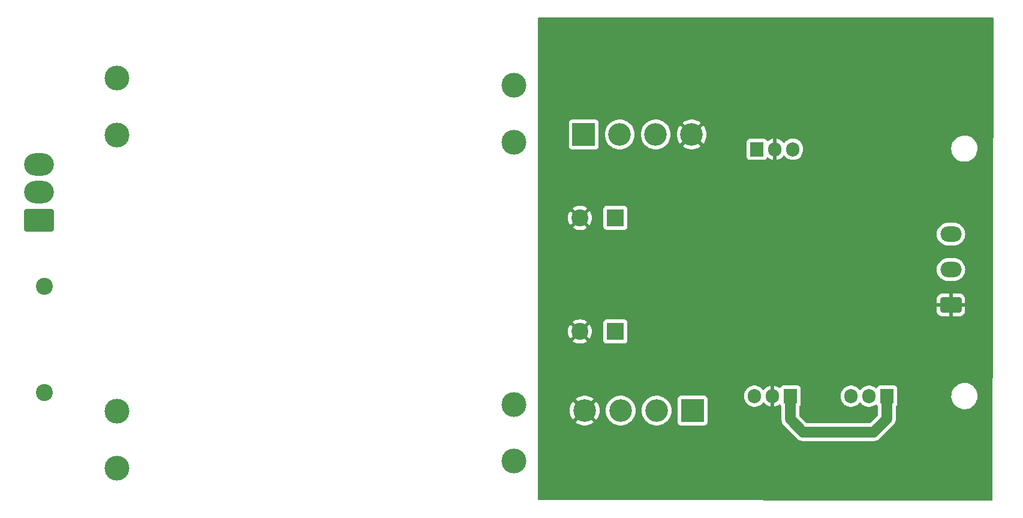
<source format=gbr>
%TF.GenerationSoftware,KiCad,Pcbnew,7.0.7*%
%TF.CreationDate,2023-08-27T17:08:45+10:00*%
%TF.ProjectId,PowerSupply,506f7765-7253-4757-9070-6c792e6b6963,rev?*%
%TF.SameCoordinates,Original*%
%TF.FileFunction,Copper,L2,Bot*%
%TF.FilePolarity,Positive*%
%FSLAX46Y46*%
G04 Gerber Fmt 4.6, Leading zero omitted, Abs format (unit mm)*
G04 Created by KiCad (PCBNEW 7.0.7) date 2023-08-27 17:08:45*
%MOMM*%
%LPD*%
G01*
G04 APERTURE LIST*
G04 Aperture macros list*
%AMRoundRect*
0 Rectangle with rounded corners*
0 $1 Rounding radius*
0 $2 $3 $4 $5 $6 $7 $8 $9 X,Y pos of 4 corners*
0 Add a 4 corners polygon primitive as box body*
4,1,4,$2,$3,$4,$5,$6,$7,$8,$9,$2,$3,0*
0 Add four circle primitives for the rounded corners*
1,1,$1+$1,$2,$3*
1,1,$1+$1,$4,$5*
1,1,$1+$1,$6,$7*
1,1,$1+$1,$8,$9*
0 Add four rect primitives between the rounded corners*
20,1,$1+$1,$2,$3,$4,$5,0*
20,1,$1+$1,$4,$5,$6,$7,0*
20,1,$1+$1,$6,$7,$8,$9,0*
20,1,$1+$1,$8,$9,$2,$3,0*%
G04 Aperture macros list end*
%TA.AperFunction,ComponentPad*%
%ADD10R,1.905000X2.000000*%
%TD*%
%TA.AperFunction,ComponentPad*%
%ADD11O,1.905000X2.000000*%
%TD*%
%TA.AperFunction,ComponentPad*%
%ADD12R,2.400000X2.400000*%
%TD*%
%TA.AperFunction,ComponentPad*%
%ADD13C,2.400000*%
%TD*%
%TA.AperFunction,ComponentPad*%
%ADD14C,3.500000*%
%TD*%
%TA.AperFunction,ComponentPad*%
%ADD15R,3.200000X3.200000*%
%TD*%
%TA.AperFunction,ComponentPad*%
%ADD16C,3.200000*%
%TD*%
%TA.AperFunction,ComponentPad*%
%ADD17RoundRect,0.250000X1.850000X-1.330000X1.850000X1.330000X-1.850000X1.330000X-1.850000X-1.330000X0*%
%TD*%
%TA.AperFunction,ComponentPad*%
%ADD18O,4.200000X3.160000*%
%TD*%
%TA.AperFunction,ComponentPad*%
%ADD19RoundRect,0.316092X1.183908X-0.783908X1.183908X0.783908X-1.183908X0.783908X-1.183908X-0.783908X0*%
%TD*%
%TA.AperFunction,ComponentPad*%
%ADD20O,3.000000X2.200000*%
%TD*%
%TA.AperFunction,ViaPad*%
%ADD21C,2.000000*%
%TD*%
%TA.AperFunction,ViaPad*%
%ADD22C,1.200000*%
%TD*%
%TA.AperFunction,Conductor*%
%ADD23C,1.500000*%
%TD*%
G04 APERTURE END LIST*
D10*
%TO.P,U2,1,IN*%
%TO.N,Net-(Q1-B)*%
X162430000Y-121460000D03*
D11*
%TO.P,U2,2,GND*%
%TO.N,GNDA*%
X159890000Y-121460000D03*
%TO.P,U2,3,OUT*%
%TO.N,+5V*%
X157350000Y-121460000D03*
%TD*%
D12*
%TO.P,C5,1*%
%TO.N,Net-(D4-+)*%
X137720000Y-112350000D03*
D13*
%TO.P,C5,2*%
%TO.N,GNDA*%
X132720000Y-112350000D03*
%TD*%
D12*
%TO.P,C1,1*%
%TO.N,Net-(D2-+)*%
X137720000Y-96320000D03*
D13*
%TO.P,C1,2*%
%TO.N,GNDA*%
X132720000Y-96320000D03*
%TD*%
D10*
%TO.P,Q1,1,B*%
%TO.N,Net-(Q1-B)*%
X176060000Y-121480000D03*
D11*
%TO.P,Q1,2,C*%
%TO.N,+5V*%
X173520000Y-121480000D03*
%TO.P,Q1,3,E*%
%TO.N,Net-(D4-+)*%
X170980000Y-121480000D03*
%TD*%
D10*
%TO.P,U1,1,IN*%
%TO.N,Net-(D2-+)*%
X157690000Y-86645000D03*
D11*
%TO.P,U1,2,GND*%
%TO.N,GNDA*%
X160230000Y-86645000D03*
%TO.P,U1,3,OUT*%
%TO.N,+12V*%
X162770000Y-86645000D03*
%TD*%
D14*
%TO.P,TR1,1*%
%TO.N,/Active*%
X67375000Y-76625000D03*
%TO.P,TR1,2*%
%TO.N,Net-(TR1-Pad2)*%
X67375000Y-84625000D03*
%TO.P,TR1,3*%
X67375000Y-123625000D03*
%TO.P,TR1,4*%
%TO.N,/Neutral*%
X67375000Y-131625000D03*
%TO.P,TR1,5*%
%TO.N,Net-(D4-Pad2)*%
X123375000Y-130625000D03*
%TO.P,TR1,6*%
%TO.N,Net-(D4-Pad3)*%
X123375000Y-122625000D03*
%TO.P,TR1,7*%
%TO.N,Net-(D2-Pad2)*%
X123375000Y-85625000D03*
%TO.P,TR1,8*%
%TO.N,Net-(D2-Pad3)*%
X123375000Y-77625000D03*
%TD*%
D13*
%TO.P,C4,1*%
%TO.N,/Active*%
X57090000Y-105990000D03*
%TO.P,C4,2*%
%TO.N,/Neutral*%
X57090000Y-120990000D03*
%TD*%
D15*
%TO.P,D2,1,+*%
%TO.N,Net-(D2-+)*%
X133250000Y-84560000D03*
D16*
%TO.P,D2,2*%
%TO.N,Net-(D2-Pad2)*%
X138330000Y-84560000D03*
%TO.P,D2,3*%
%TO.N,Net-(D2-Pad3)*%
X143410000Y-84560000D03*
%TO.P,D2,4,-*%
%TO.N,GNDA*%
X148490000Y-84560000D03*
%TD*%
D17*
%TO.P,J2,1,Pin_1*%
%TO.N,/Neutral*%
X56370000Y-96680000D03*
D18*
%TO.P,J2,2,Pin_2*%
%TO.N,unconnected-(J2-Pin_2-Pad2)*%
X56370000Y-92720000D03*
%TO.P,J2,3,Pin_3*%
%TO.N,/Active*%
X56370000Y-88760000D03*
%TD*%
D15*
%TO.P,D4,1,+*%
%TO.N,Net-(D4-+)*%
X148610000Y-123500000D03*
D16*
%TO.P,D4,2*%
%TO.N,Net-(D4-Pad2)*%
X143530000Y-123500000D03*
%TO.P,D4,3*%
%TO.N,Net-(D4-Pad3)*%
X138450000Y-123500000D03*
%TO.P,D4,4,-*%
%TO.N,GNDA*%
X133370000Y-123500000D03*
%TD*%
D19*
%TO.P,J1,1,Pin_1*%
%TO.N,GNDA*%
X185100000Y-108620000D03*
D20*
%TO.P,J1,2,Pin_2*%
%TO.N,+5V*%
X185100000Y-103620000D03*
%TO.P,J1,3,Pin_3*%
%TO.N,+12V*%
X185100000Y-98620000D03*
%TD*%
D21*
%TO.N,GNDA*%
X148140000Y-90090000D03*
D22*
X179212500Y-91130000D03*
%TD*%
D23*
%TO.N,Net-(Q1-B)*%
X164240000Y-126540000D02*
X174170000Y-126540000D01*
X162430000Y-124730000D02*
X164240000Y-126540000D01*
X162430000Y-121460000D02*
X162430000Y-124730000D01*
X174170000Y-126540000D02*
X176060000Y-124650000D01*
X176060000Y-124650000D02*
X176060000Y-121480000D01*
%TD*%
%TA.AperFunction,Conductor*%
%TO.N,GNDA*%
G36*
X191042838Y-68079685D02*
G01*
X191088593Y-68132489D01*
X191099799Y-68184200D01*
X190990200Y-136046084D01*
X190970407Y-136113092D01*
X190917529Y-136158761D01*
X190866084Y-136169884D01*
X126873956Y-136110115D01*
X126806935Y-136090368D01*
X126761230Y-136037521D01*
X126750072Y-135986045D01*
X126757411Y-123499999D01*
X131265093Y-123499999D01*
X131284697Y-123786618D01*
X131284698Y-123786619D01*
X131343145Y-124067885D01*
X131343150Y-124067902D01*
X131439355Y-124338595D01*
X131571527Y-124593677D01*
X131571531Y-124593683D01*
X131716868Y-124799578D01*
X132543389Y-123973056D01*
X132604712Y-123939571D01*
X132674403Y-123944555D01*
X132730337Y-123986426D01*
X132736059Y-123994758D01*
X132740577Y-124001948D01*
X132868052Y-124129423D01*
X132875229Y-124133933D01*
X132921522Y-124186264D01*
X132932173Y-124255317D01*
X132903801Y-124319166D01*
X132896942Y-124326609D01*
X132072198Y-125151352D01*
X132156145Y-125219648D01*
X132401607Y-125368917D01*
X132665108Y-125483371D01*
X132941737Y-125560879D01*
X132941744Y-125560880D01*
X133226355Y-125600000D01*
X133513645Y-125600000D01*
X133798255Y-125560880D01*
X133798262Y-125560879D01*
X134074891Y-125483371D01*
X134338392Y-125368917D01*
X134583851Y-125219650D01*
X134583866Y-125219640D01*
X134667799Y-125151352D01*
X133843057Y-124326610D01*
X133809572Y-124265287D01*
X133814556Y-124195595D01*
X133856428Y-124139662D01*
X133864769Y-124133934D01*
X133867807Y-124132025D01*
X133871948Y-124129423D01*
X133999423Y-124001948D01*
X134003933Y-123994769D01*
X134056267Y-123948476D01*
X134125320Y-123937826D01*
X134189169Y-123966200D01*
X134196610Y-123973057D01*
X135023130Y-124799577D01*
X135168472Y-124593676D01*
X135300644Y-124338595D01*
X135396849Y-124067902D01*
X135396854Y-124067885D01*
X135455301Y-123786619D01*
X135455302Y-123786618D01*
X135474906Y-123500000D01*
X136344592Y-123500000D01*
X136364201Y-123786680D01*
X136422666Y-124068034D01*
X136422667Y-124068037D01*
X136518894Y-124338793D01*
X136518893Y-124338793D01*
X136651098Y-124593935D01*
X136816812Y-124828700D01*
X136901923Y-124919830D01*
X137012947Y-125038708D01*
X137235853Y-125220055D01*
X137479740Y-125368367D01*
X137481382Y-125369365D01*
X137668237Y-125450526D01*
X137744942Y-125483844D01*
X138021642Y-125561371D01*
X138259694Y-125594091D01*
X138306321Y-125600500D01*
X138306322Y-125600500D01*
X138593679Y-125600500D01*
X138640306Y-125594091D01*
X138878358Y-125561371D01*
X139155058Y-125483844D01*
X139268015Y-125434779D01*
X139418617Y-125369365D01*
X139418620Y-125369363D01*
X139418625Y-125369361D01*
X139664147Y-125220055D01*
X139887053Y-125038708D01*
X140083189Y-124828698D01*
X140248901Y-124593936D01*
X140381104Y-124338797D01*
X140477334Y-124068032D01*
X140535798Y-123786686D01*
X140555408Y-123500000D01*
X141424592Y-123500000D01*
X141444201Y-123786680D01*
X141502666Y-124068034D01*
X141502667Y-124068037D01*
X141598894Y-124338793D01*
X141598893Y-124338793D01*
X141731098Y-124593935D01*
X141896812Y-124828700D01*
X141981923Y-124919830D01*
X142092947Y-125038708D01*
X142315853Y-125220055D01*
X142559740Y-125368367D01*
X142561382Y-125369365D01*
X142748237Y-125450526D01*
X142824942Y-125483844D01*
X143101642Y-125561371D01*
X143339694Y-125594091D01*
X143386321Y-125600500D01*
X143386322Y-125600500D01*
X143673679Y-125600500D01*
X143720306Y-125594091D01*
X143958358Y-125561371D01*
X144235058Y-125483844D01*
X144348015Y-125434779D01*
X144498617Y-125369365D01*
X144498620Y-125369363D01*
X144498625Y-125369361D01*
X144744147Y-125220055D01*
X144832875Y-125147870D01*
X146509500Y-125147870D01*
X146509501Y-125147876D01*
X146515908Y-125207483D01*
X146566202Y-125342328D01*
X146566206Y-125342335D01*
X146652452Y-125457544D01*
X146652455Y-125457547D01*
X146767664Y-125543793D01*
X146767671Y-125543797D01*
X146902517Y-125594091D01*
X146902516Y-125594091D01*
X146909444Y-125594835D01*
X146962127Y-125600500D01*
X150257872Y-125600499D01*
X150317483Y-125594091D01*
X150452331Y-125543796D01*
X150567546Y-125457546D01*
X150653796Y-125342331D01*
X150704091Y-125207483D01*
X150710500Y-125147873D01*
X150710499Y-121852128D01*
X150705299Y-121803757D01*
X150704091Y-121792516D01*
X150653797Y-121657671D01*
X150653793Y-121657664D01*
X150586369Y-121567598D01*
X155897000Y-121567598D01*
X155911904Y-121747472D01*
X155971017Y-121980905D01*
X156060837Y-122185675D01*
X156067745Y-122201422D01*
X156199449Y-122403010D01*
X156362537Y-122580171D01*
X156516494Y-122700000D01*
X156552022Y-122727653D01*
X156552561Y-122728072D01*
X156717894Y-122817546D01*
X156763478Y-122842215D01*
X156764336Y-122842679D01*
X156875545Y-122880857D01*
X156992083Y-122920865D01*
X156992085Y-122920865D01*
X156992087Y-122920866D01*
X157229601Y-122960500D01*
X157229602Y-122960500D01*
X157470398Y-122960500D01*
X157470399Y-122960500D01*
X157707913Y-122920866D01*
X157935664Y-122842679D01*
X158147439Y-122728072D01*
X158337463Y-122580171D01*
X158500551Y-122403010D01*
X158516489Y-122378613D01*
X158569631Y-122333258D01*
X158638862Y-122323831D01*
X158702199Y-122353330D01*
X158724106Y-122378611D01*
X158739846Y-122402703D01*
X158739851Y-122402710D01*
X158902873Y-122579797D01*
X158902883Y-122579806D01*
X159092831Y-122727649D01*
X159092840Y-122727655D01*
X159304531Y-122842215D01*
X159304545Y-122842221D01*
X159532207Y-122920379D01*
X159640000Y-122938366D01*
X159640000Y-122124652D01*
X159659685Y-122057613D01*
X159712489Y-122011858D01*
X159781647Y-122001914D01*
X159797447Y-122005248D01*
X159814404Y-122010000D01*
X159814406Y-122010000D01*
X159927622Y-122010000D01*
X159999116Y-122000173D01*
X160068210Y-122010545D01*
X160120729Y-122056627D01*
X160140000Y-122123018D01*
X160140000Y-122938365D01*
X160247792Y-122920379D01*
X160475454Y-122842221D01*
X160475468Y-122842215D01*
X160687159Y-122727655D01*
X160687162Y-122727653D01*
X160829746Y-122616675D01*
X160894740Y-122591032D01*
X160963280Y-122604598D01*
X161013605Y-122653066D01*
X161022091Y-122671196D01*
X161033701Y-122702326D01*
X161033706Y-122702335D01*
X161119952Y-122817544D01*
X161119953Y-122817545D01*
X161129810Y-122824924D01*
X161171682Y-122880857D01*
X161179500Y-122924191D01*
X161179500Y-124656293D01*
X161179110Y-124663231D01*
X161176792Y-124683804D01*
X161174762Y-124701823D01*
X161174761Y-124701831D01*
X161179359Y-124770013D01*
X161179500Y-124774186D01*
X161179500Y-124786156D01*
X161183277Y-124828124D01*
X161189903Y-124926407D01*
X161189903Y-124926412D01*
X161190972Y-124930652D01*
X161194230Y-124949824D01*
X161194623Y-124954190D01*
X161202857Y-124984024D01*
X161220835Y-125049165D01*
X161244904Y-125144683D01*
X161246357Y-125147883D01*
X161246715Y-125148670D01*
X161253340Y-125166944D01*
X161254504Y-125171162D01*
X161254507Y-125171170D01*
X161297253Y-125259935D01*
X161337993Y-125349626D01*
X161337994Y-125349629D01*
X161340483Y-125353221D01*
X161350269Y-125370026D01*
X161352166Y-125373965D01*
X161352174Y-125373979D01*
X161410078Y-125453676D01*
X161466180Y-125534655D01*
X161469273Y-125537748D01*
X161481907Y-125552539D01*
X161484478Y-125556078D01*
X161484481Y-125556081D01*
X161555679Y-125624153D01*
X163303642Y-127372116D01*
X163308279Y-127377304D01*
X163332492Y-127407666D01*
X163383967Y-127452639D01*
X163387000Y-127455474D01*
X163395469Y-127463943D01*
X163395478Y-127463951D01*
X163421316Y-127485522D01*
X163427819Y-127490951D01*
X163502004Y-127555765D01*
X163505753Y-127558005D01*
X163521622Y-127569264D01*
X163524980Y-127572067D01*
X163524983Y-127572070D01*
X163605618Y-127617823D01*
X163610673Y-127620691D01*
X163695236Y-127671215D01*
X163699322Y-127672748D01*
X163716956Y-127680997D01*
X163720756Y-127683154D01*
X163813755Y-127715695D01*
X163905976Y-127750307D01*
X163910266Y-127751085D01*
X163929094Y-127756055D01*
X163933218Y-127757498D01*
X164030539Y-127772912D01*
X164051098Y-127776643D01*
X164127451Y-127790500D01*
X164127453Y-127790500D01*
X164131822Y-127790500D01*
X164151220Y-127792026D01*
X164155541Y-127792711D01*
X164254048Y-127790500D01*
X174096293Y-127790500D01*
X174103231Y-127790889D01*
X174141827Y-127795238D01*
X174141829Y-127795237D01*
X174141830Y-127795238D01*
X174159586Y-127794040D01*
X174210032Y-127790639D01*
X174214188Y-127790500D01*
X174226147Y-127790500D01*
X174226155Y-127790500D01*
X174268123Y-127786722D01*
X174366412Y-127780096D01*
X174370646Y-127779028D01*
X174389841Y-127775767D01*
X174394188Y-127775377D01*
X174489165Y-127749164D01*
X174584683Y-127725096D01*
X174588655Y-127723291D01*
X174606962Y-127716654D01*
X174611170Y-127715493D01*
X174699935Y-127672746D01*
X174789626Y-127632007D01*
X174793220Y-127629516D01*
X174810035Y-127619724D01*
X174813973Y-127617829D01*
X174893676Y-127559921D01*
X174974654Y-127503820D01*
X174977743Y-127500730D01*
X174992545Y-127488088D01*
X174996078Y-127485522D01*
X175064153Y-127414320D01*
X176892127Y-125586345D01*
X176897287Y-125581733D01*
X176927666Y-125557508D01*
X176972632Y-125506039D01*
X176975478Y-125502995D01*
X176983945Y-125494529D01*
X177010960Y-125462171D01*
X177075765Y-125387996D01*
X177078004Y-125384248D01*
X177089266Y-125368374D01*
X177092069Y-125365018D01*
X177140696Y-125279317D01*
X177191215Y-125194764D01*
X177192747Y-125190680D01*
X177200999Y-125173040D01*
X177203154Y-125169245D01*
X177235698Y-125076237D01*
X177270307Y-124984024D01*
X177271085Y-124979735D01*
X177276057Y-124960896D01*
X177277498Y-124956782D01*
X177292912Y-124859460D01*
X177303780Y-124799577D01*
X177310500Y-124762550D01*
X177310500Y-124758175D01*
X177312027Y-124738777D01*
X177312710Y-124734464D01*
X177312711Y-124734459D01*
X177310500Y-124635952D01*
X177310500Y-122944190D01*
X177330185Y-122877152D01*
X177360190Y-122844924D01*
X177370046Y-122837546D01*
X177456296Y-122722331D01*
X177506591Y-122587483D01*
X177513000Y-122527873D01*
X177513000Y-121527763D01*
X185145787Y-121527763D01*
X185175413Y-121797013D01*
X185175415Y-121797024D01*
X185243542Y-122057613D01*
X185243928Y-122059088D01*
X185349870Y-122308390D01*
X185483818Y-122527872D01*
X185490979Y-122539605D01*
X185490986Y-122539615D01*
X185664253Y-122747819D01*
X185664259Y-122747824D01*
X185812734Y-122880857D01*
X185865998Y-122928582D01*
X186091910Y-123078044D01*
X186337176Y-123193020D01*
X186337183Y-123193022D01*
X186337185Y-123193023D01*
X186596557Y-123271057D01*
X186596564Y-123271058D01*
X186596569Y-123271060D01*
X186864561Y-123310500D01*
X186864566Y-123310500D01*
X187067636Y-123310500D01*
X187119133Y-123306730D01*
X187270156Y-123295677D01*
X187382758Y-123270593D01*
X187534546Y-123236782D01*
X187534548Y-123236781D01*
X187534553Y-123236780D01*
X187787558Y-123140014D01*
X188023777Y-123007441D01*
X188238177Y-122841888D01*
X188426186Y-122646881D01*
X188583799Y-122426579D01*
X188679634Y-122240179D01*
X188707649Y-122185690D01*
X188707651Y-122185684D01*
X188707656Y-122185675D01*
X188795118Y-121929305D01*
X188844319Y-121662933D01*
X188854212Y-121392235D01*
X188824586Y-121122982D01*
X188756072Y-120860912D01*
X188650130Y-120611610D01*
X188509018Y-120380390D01*
X188482615Y-120348663D01*
X188335746Y-120172180D01*
X188335740Y-120172175D01*
X188134002Y-119991418D01*
X187908092Y-119841957D01*
X187908090Y-119841956D01*
X187662824Y-119726980D01*
X187662819Y-119726978D01*
X187662814Y-119726976D01*
X187403442Y-119648942D01*
X187403428Y-119648939D01*
X187287791Y-119631921D01*
X187135439Y-119609500D01*
X186932369Y-119609500D01*
X186932364Y-119609500D01*
X186729844Y-119624323D01*
X186729831Y-119624325D01*
X186465453Y-119683217D01*
X186465446Y-119683220D01*
X186212439Y-119779987D01*
X185976226Y-119912557D01*
X185761822Y-120078112D01*
X185573822Y-120273109D01*
X185573816Y-120273116D01*
X185416202Y-120493419D01*
X185416199Y-120493424D01*
X185292350Y-120734309D01*
X185292343Y-120734327D01*
X185204884Y-120990685D01*
X185204881Y-120990699D01*
X185155681Y-121257068D01*
X185155680Y-121257075D01*
X185145787Y-121527763D01*
X177513000Y-121527763D01*
X177512999Y-120432128D01*
X177506591Y-120372517D01*
X177501858Y-120359828D01*
X177456297Y-120237671D01*
X177456293Y-120237664D01*
X177370047Y-120122455D01*
X177370044Y-120122452D01*
X177254835Y-120036206D01*
X177254828Y-120036202D01*
X177119982Y-119985908D01*
X177119983Y-119985908D01*
X177060383Y-119979501D01*
X177060381Y-119979500D01*
X177060373Y-119979500D01*
X177060364Y-119979500D01*
X175059629Y-119979500D01*
X175059623Y-119979501D01*
X175000016Y-119985908D01*
X174865171Y-120036202D01*
X174865164Y-120036206D01*
X174749955Y-120122452D01*
X174749952Y-120122455D01*
X174663706Y-120237664D01*
X174663700Y-120237675D01*
X174652273Y-120268313D01*
X174610402Y-120324247D01*
X174544937Y-120348663D01*
X174476664Y-120333811D01*
X174459930Y-120322832D01*
X174317447Y-120211933D01*
X174317441Y-120211929D01*
X174105665Y-120097321D01*
X174105656Y-120097318D01*
X173877916Y-120019134D01*
X173653181Y-119981633D01*
X173640399Y-119979500D01*
X173399601Y-119979500D01*
X173386819Y-119981633D01*
X173162083Y-120019134D01*
X172934343Y-120097318D01*
X172934334Y-120097321D01*
X172722558Y-120211929D01*
X172643955Y-120273109D01*
X172532537Y-120359829D01*
X172532534Y-120359831D01*
X172532534Y-120359832D01*
X172465986Y-120432123D01*
X172369449Y-120536990D01*
X172353808Y-120560931D01*
X172300661Y-120606287D01*
X172231430Y-120615710D01*
X172168094Y-120586207D01*
X172146192Y-120560931D01*
X172130551Y-120536990D01*
X171967463Y-120359829D01*
X171833358Y-120255451D01*
X171777441Y-120211929D01*
X171565665Y-120097321D01*
X171565656Y-120097318D01*
X171337916Y-120019134D01*
X171113181Y-119981633D01*
X171100399Y-119979500D01*
X170859601Y-119979500D01*
X170846819Y-119981633D01*
X170622083Y-120019134D01*
X170394343Y-120097318D01*
X170394334Y-120097321D01*
X170182558Y-120211929D01*
X170103955Y-120273109D01*
X169992537Y-120359829D01*
X169992534Y-120359831D01*
X169992534Y-120359832D01*
X169829449Y-120536990D01*
X169697743Y-120738581D01*
X169601017Y-120959094D01*
X169541904Y-121192527D01*
X169527000Y-121372402D01*
X169527000Y-121587598D01*
X169541904Y-121767472D01*
X169601017Y-122000905D01*
X169688532Y-122200420D01*
X169697745Y-122221422D01*
X169829449Y-122423010D01*
X169992537Y-122600171D01*
X170123789Y-122702328D01*
X170178197Y-122744676D01*
X170182561Y-122748072D01*
X170394336Y-122862679D01*
X170447287Y-122880857D01*
X170622083Y-122940865D01*
X170622085Y-122940865D01*
X170622087Y-122940866D01*
X170859601Y-122980500D01*
X170859602Y-122980500D01*
X171100398Y-122980500D01*
X171100399Y-122980500D01*
X171337913Y-122940866D01*
X171565664Y-122862679D01*
X171777439Y-122748072D01*
X171967463Y-122600171D01*
X172130551Y-122423010D01*
X172146190Y-122399071D01*
X172199336Y-122353714D01*
X172268567Y-122344290D01*
X172331904Y-122373791D01*
X172353808Y-122399070D01*
X172369449Y-122423010D01*
X172532537Y-122600171D01*
X172663789Y-122702328D01*
X172718197Y-122744676D01*
X172722561Y-122748072D01*
X172934336Y-122862679D01*
X172987287Y-122880857D01*
X173162083Y-122940865D01*
X173162085Y-122940865D01*
X173162087Y-122940866D01*
X173399601Y-122980500D01*
X173399602Y-122980500D01*
X173640398Y-122980500D01*
X173640399Y-122980500D01*
X173877913Y-122940866D01*
X174105664Y-122862679D01*
X174317439Y-122748072D01*
X174459931Y-122637165D01*
X174524923Y-122611524D01*
X174593463Y-122625090D01*
X174643788Y-122673558D01*
X174652274Y-122691687D01*
X174663702Y-122722328D01*
X174663706Y-122722335D01*
X174749952Y-122837544D01*
X174749953Y-122837545D01*
X174749954Y-122837546D01*
X174759810Y-122844924D01*
X174801682Y-122900857D01*
X174809500Y-122944191D01*
X174809500Y-124080663D01*
X174789815Y-124147702D01*
X174773181Y-124168344D01*
X173688345Y-125253181D01*
X173627022Y-125286666D01*
X173600664Y-125289500D01*
X164809336Y-125289500D01*
X164742297Y-125269815D01*
X164721655Y-125253181D01*
X163716819Y-124248344D01*
X163683334Y-124187021D01*
X163680500Y-124160663D01*
X163680500Y-122924191D01*
X163700185Y-122857152D01*
X163730190Y-122824924D01*
X163740046Y-122817546D01*
X163826296Y-122702331D01*
X163876591Y-122567483D01*
X163883000Y-122507873D01*
X163882999Y-120412128D01*
X163876591Y-120352517D01*
X163871994Y-120340193D01*
X163826297Y-120217671D01*
X163826293Y-120217664D01*
X163740047Y-120102455D01*
X163740044Y-120102452D01*
X163624835Y-120016206D01*
X163624828Y-120016202D01*
X163489982Y-119965908D01*
X163489983Y-119965908D01*
X163430383Y-119959501D01*
X163430381Y-119959500D01*
X163430373Y-119959500D01*
X163430364Y-119959500D01*
X161429629Y-119959500D01*
X161429623Y-119959501D01*
X161370016Y-119965908D01*
X161235171Y-120016202D01*
X161235164Y-120016206D01*
X161119955Y-120102452D01*
X161119952Y-120102455D01*
X161033706Y-120217664D01*
X161033702Y-120217671D01*
X161022091Y-120248804D01*
X160980220Y-120304738D01*
X160914756Y-120329155D01*
X160846483Y-120314303D01*
X160829747Y-120303324D01*
X160687168Y-120192350D01*
X160687159Y-120192344D01*
X160475468Y-120077784D01*
X160475454Y-120077778D01*
X160247791Y-119999619D01*
X160140000Y-119981633D01*
X160140000Y-120795347D01*
X160120315Y-120862386D01*
X160067511Y-120908141D01*
X159998353Y-120918085D01*
X159982547Y-120914749D01*
X159965598Y-120910000D01*
X159965596Y-120910000D01*
X159852378Y-120910000D01*
X159852376Y-120910000D01*
X159780884Y-120919826D01*
X159711789Y-120909453D01*
X159659270Y-120863371D01*
X159640000Y-120796981D01*
X159640000Y-119981633D01*
X159639999Y-119981633D01*
X159532208Y-119999619D01*
X159304545Y-120077778D01*
X159304531Y-120077784D01*
X159092840Y-120192344D01*
X159092831Y-120192350D01*
X158902883Y-120340193D01*
X158902873Y-120340202D01*
X158739851Y-120517289D01*
X158739846Y-120517297D01*
X158724104Y-120541390D01*
X158670955Y-120586745D01*
X158601724Y-120596165D01*
X158538389Y-120566660D01*
X158516489Y-120541384D01*
X158500555Y-120516994D01*
X158422429Y-120432127D01*
X158337463Y-120339829D01*
X158173142Y-120211933D01*
X158147441Y-120191929D01*
X157935665Y-120077321D01*
X157935656Y-120077318D01*
X157707916Y-119999134D01*
X157508800Y-119965908D01*
X157470399Y-119959500D01*
X157229601Y-119959500D01*
X157191200Y-119965908D01*
X156992083Y-119999134D01*
X156764343Y-120077318D01*
X156764334Y-120077321D01*
X156552558Y-120191929D01*
X156479486Y-120248804D01*
X156362537Y-120339829D01*
X156362534Y-120339831D01*
X156362534Y-120339832D01*
X156199449Y-120516990D01*
X156067743Y-120718581D01*
X155971017Y-120939094D01*
X155911904Y-121172527D01*
X155897000Y-121352402D01*
X155897000Y-121567598D01*
X150586369Y-121567598D01*
X150567547Y-121542455D01*
X150567544Y-121542452D01*
X150452335Y-121456206D01*
X150452328Y-121456202D01*
X150317482Y-121405908D01*
X150317483Y-121405908D01*
X150257883Y-121399501D01*
X150257881Y-121399500D01*
X150257873Y-121399500D01*
X150257864Y-121399500D01*
X146962129Y-121399500D01*
X146962123Y-121399501D01*
X146902516Y-121405908D01*
X146767671Y-121456202D01*
X146767664Y-121456206D01*
X146652455Y-121542452D01*
X146652452Y-121542455D01*
X146566206Y-121657664D01*
X146566202Y-121657671D01*
X146515908Y-121792517D01*
X146510918Y-121838934D01*
X146509501Y-121852123D01*
X146509500Y-121852135D01*
X146509500Y-125147870D01*
X144832875Y-125147870D01*
X144967053Y-125038708D01*
X145163189Y-124828698D01*
X145328901Y-124593936D01*
X145461104Y-124338797D01*
X145557334Y-124068032D01*
X145615798Y-123786686D01*
X145635408Y-123500000D01*
X145615798Y-123213314D01*
X145557334Y-122931968D01*
X145461105Y-122661206D01*
X145461106Y-122661206D01*
X145328901Y-122406064D01*
X145163187Y-122171299D01*
X145058388Y-122059088D01*
X144967053Y-121961292D01*
X144765133Y-121797018D01*
X144744146Y-121779944D01*
X144498617Y-121630634D01*
X144235063Y-121516158D01*
X144235061Y-121516157D01*
X144235058Y-121516156D01*
X144105578Y-121479877D01*
X143958364Y-121438630D01*
X143958359Y-121438629D01*
X143958358Y-121438629D01*
X143816017Y-121419064D01*
X143673679Y-121399500D01*
X143673678Y-121399500D01*
X143386322Y-121399500D01*
X143386321Y-121399500D01*
X143101642Y-121438629D01*
X143101635Y-121438630D01*
X142893861Y-121496845D01*
X142824942Y-121516156D01*
X142824939Y-121516156D01*
X142824936Y-121516158D01*
X142824935Y-121516158D01*
X142561382Y-121630634D01*
X142315853Y-121779944D01*
X142092950Y-121961289D01*
X141896812Y-122171299D01*
X141731098Y-122406064D01*
X141598894Y-122661206D01*
X141502667Y-122931962D01*
X141502666Y-122931965D01*
X141444201Y-123213319D01*
X141424592Y-123500000D01*
X140555408Y-123500000D01*
X140535798Y-123213314D01*
X140477334Y-122931968D01*
X140381105Y-122661206D01*
X140381106Y-122661206D01*
X140248901Y-122406064D01*
X140083187Y-122171299D01*
X139978388Y-122059088D01*
X139887053Y-121961292D01*
X139685133Y-121797018D01*
X139664146Y-121779944D01*
X139418617Y-121630634D01*
X139155063Y-121516158D01*
X139155061Y-121516157D01*
X139155058Y-121516156D01*
X139025578Y-121479877D01*
X138878364Y-121438630D01*
X138878359Y-121438629D01*
X138878358Y-121438629D01*
X138736018Y-121419064D01*
X138593679Y-121399500D01*
X138593678Y-121399500D01*
X138306322Y-121399500D01*
X138306321Y-121399500D01*
X138021642Y-121438629D01*
X138021635Y-121438630D01*
X137813861Y-121496845D01*
X137744942Y-121516156D01*
X137744939Y-121516156D01*
X137744936Y-121516158D01*
X137744935Y-121516158D01*
X137481382Y-121630634D01*
X137235853Y-121779944D01*
X137012950Y-121961289D01*
X136816812Y-122171299D01*
X136651098Y-122406064D01*
X136518894Y-122661206D01*
X136422667Y-122931962D01*
X136422666Y-122931965D01*
X136364201Y-123213319D01*
X136344592Y-123500000D01*
X135474906Y-123500000D01*
X135455302Y-123213381D01*
X135455301Y-123213380D01*
X135396854Y-122932114D01*
X135396849Y-122932097D01*
X135300644Y-122661404D01*
X135168472Y-122406322D01*
X135168468Y-122406316D01*
X135023131Y-122200421D01*
X135023130Y-122200420D01*
X134196609Y-123026942D01*
X134135286Y-123060427D01*
X134065594Y-123055443D01*
X134009661Y-123013571D01*
X134003942Y-123005244D01*
X133999423Y-122998052D01*
X133871948Y-122870577D01*
X133864764Y-122866063D01*
X133818474Y-122813730D01*
X133807825Y-122744676D01*
X133836200Y-122680828D01*
X133843056Y-122673389D01*
X134667800Y-121848646D01*
X134583854Y-121780351D01*
X134338392Y-121631082D01*
X134074891Y-121516628D01*
X133798262Y-121439120D01*
X133798255Y-121439119D01*
X133513645Y-121400000D01*
X133226355Y-121400000D01*
X132941744Y-121439119D01*
X132941737Y-121439120D01*
X132665108Y-121516628D01*
X132401607Y-121631082D01*
X132156146Y-121780351D01*
X132156144Y-121780352D01*
X132072198Y-121848646D01*
X132896942Y-122673389D01*
X132930427Y-122734712D01*
X132925443Y-122804403D01*
X132883571Y-122860337D01*
X132875236Y-122866062D01*
X132868054Y-122870574D01*
X132740574Y-122998054D01*
X132736062Y-123005236D01*
X132683726Y-123051526D01*
X132614672Y-123062172D01*
X132550825Y-123033795D01*
X132543389Y-123026942D01*
X131716868Y-122200420D01*
X131571524Y-122406328D01*
X131439355Y-122661404D01*
X131343150Y-122932097D01*
X131343145Y-122932114D01*
X131284698Y-123213380D01*
X131284697Y-123213381D01*
X131265093Y-123499999D01*
X126757411Y-123499999D01*
X126763965Y-112350004D01*
X131015233Y-112350004D01*
X131034273Y-112604079D01*
X131090968Y-112852477D01*
X131090973Y-112852494D01*
X131184058Y-113089671D01*
X131184057Y-113089671D01*
X131311457Y-113310332D01*
X131353452Y-113362993D01*
X132038590Y-112677855D01*
X132099913Y-112644370D01*
X132169604Y-112649354D01*
X132224645Y-112690049D01*
X132292074Y-112777924D01*
X132292075Y-112777925D01*
X132379948Y-112845353D01*
X132421150Y-112901781D01*
X132425305Y-112971527D01*
X132392142Y-113031409D01*
X131706813Y-113716737D01*
X131867623Y-113826375D01*
X131867624Y-113826376D01*
X132097176Y-113936921D01*
X132097174Y-113936921D01*
X132340652Y-114012024D01*
X132340658Y-114012026D01*
X132592595Y-114049999D01*
X132592604Y-114050000D01*
X132847396Y-114050000D01*
X132847404Y-114049999D01*
X133099341Y-114012026D01*
X133099347Y-114012024D01*
X133342824Y-113936921D01*
X133572381Y-113826373D01*
X133733185Y-113716737D01*
X133614318Y-113597870D01*
X136019500Y-113597870D01*
X136019501Y-113597876D01*
X136025908Y-113657483D01*
X136076202Y-113792328D01*
X136076206Y-113792335D01*
X136162452Y-113907544D01*
X136162455Y-113907547D01*
X136277664Y-113993793D01*
X136277671Y-113993797D01*
X136412517Y-114044091D01*
X136412516Y-114044091D01*
X136419444Y-114044835D01*
X136472127Y-114050500D01*
X138967872Y-114050499D01*
X139027483Y-114044091D01*
X139162331Y-113993796D01*
X139277546Y-113907546D01*
X139363796Y-113792331D01*
X139414091Y-113657483D01*
X139420500Y-113597873D01*
X139420499Y-111102128D01*
X139414091Y-111042517D01*
X139363796Y-110907669D01*
X139363795Y-110907668D01*
X139363793Y-110907664D01*
X139277547Y-110792455D01*
X139277544Y-110792452D01*
X139162335Y-110706206D01*
X139162328Y-110706202D01*
X139027482Y-110655908D01*
X139027483Y-110655908D01*
X138967883Y-110649501D01*
X138967881Y-110649500D01*
X138967873Y-110649500D01*
X138967864Y-110649500D01*
X136472129Y-110649500D01*
X136472123Y-110649501D01*
X136412516Y-110655908D01*
X136277671Y-110706202D01*
X136277664Y-110706206D01*
X136162455Y-110792452D01*
X136162452Y-110792455D01*
X136076206Y-110907664D01*
X136076202Y-110907671D01*
X136025908Y-111042517D01*
X136019501Y-111102116D01*
X136019501Y-111102123D01*
X136019500Y-111102135D01*
X136019500Y-113597870D01*
X133614318Y-113597870D01*
X133047856Y-113031409D01*
X133014371Y-112970086D01*
X133019355Y-112900395D01*
X133060049Y-112845353D01*
X133147925Y-112777925D01*
X133215354Y-112690048D01*
X133271779Y-112648848D01*
X133341525Y-112644693D01*
X133401409Y-112677856D01*
X134086545Y-113362993D01*
X134128545Y-113310327D01*
X134255941Y-113089671D01*
X134349026Y-112852494D01*
X134349031Y-112852477D01*
X134405726Y-112604079D01*
X134424767Y-112350004D01*
X134424767Y-112349995D01*
X134405726Y-112095920D01*
X134349031Y-111847522D01*
X134349026Y-111847505D01*
X134255941Y-111610328D01*
X134255942Y-111610328D01*
X134128544Y-111389671D01*
X134086545Y-111337005D01*
X133401409Y-112022142D01*
X133340086Y-112055627D01*
X133270394Y-112050643D01*
X133215353Y-112009948D01*
X133147925Y-111922075D01*
X133147925Y-111922074D01*
X133060049Y-111854645D01*
X133018847Y-111798219D01*
X133014692Y-111728473D01*
X133047855Y-111668590D01*
X133733185Y-110983261D01*
X133572377Y-110873624D01*
X133572376Y-110873623D01*
X133342823Y-110763078D01*
X133342825Y-110763078D01*
X133099347Y-110687975D01*
X133099341Y-110687973D01*
X132847404Y-110650000D01*
X132592595Y-110650000D01*
X132340658Y-110687973D01*
X132340652Y-110687975D01*
X132097175Y-110763078D01*
X131867624Y-110873623D01*
X131867616Y-110873628D01*
X131706813Y-110983261D01*
X132392143Y-111668590D01*
X132425628Y-111729913D01*
X132420644Y-111799604D01*
X132379949Y-111854646D01*
X132292075Y-111922074D01*
X132292074Y-111922075D01*
X132224646Y-112009949D01*
X132168218Y-112051151D01*
X132098472Y-112055306D01*
X132038590Y-112022143D01*
X131353453Y-111337006D01*
X131311455Y-111389670D01*
X131184058Y-111610328D01*
X131090973Y-111847505D01*
X131090968Y-111847522D01*
X131034273Y-112095920D01*
X131015233Y-112349995D01*
X131015233Y-112350004D01*
X126763965Y-112350004D01*
X126766305Y-108370000D01*
X183100000Y-108370000D01*
X184231858Y-108370000D01*
X184298897Y-108389685D01*
X184344652Y-108442489D01*
X184355648Y-108501210D01*
X184346171Y-108663904D01*
X184346172Y-108663906D01*
X184356850Y-108724469D01*
X184349105Y-108793908D01*
X184305048Y-108848137D01*
X184238667Y-108869938D01*
X184234734Y-108870000D01*
X183100001Y-108870000D01*
X183100001Y-109449744D01*
X183115426Y-109586652D01*
X183176166Y-109760239D01*
X183274008Y-109915953D01*
X183404046Y-110045991D01*
X183559759Y-110143832D01*
X183733347Y-110204574D01*
X183870256Y-110219999D01*
X184849999Y-110219999D01*
X184850000Y-110219998D01*
X184850000Y-109488348D01*
X184869685Y-109421309D01*
X184922489Y-109375554D01*
X184991647Y-109365610D01*
X185002593Y-109367690D01*
X185012338Y-109370000D01*
X185143677Y-109370000D01*
X185143684Y-109370000D01*
X185211605Y-109362061D01*
X185280475Y-109373829D01*
X185332051Y-109420964D01*
X185350000Y-109485222D01*
X185350000Y-110219999D01*
X186329741Y-110219999D01*
X186329744Y-110219998D01*
X186466652Y-110204573D01*
X186640239Y-110143833D01*
X186795953Y-110045991D01*
X186925991Y-109915953D01*
X187023832Y-109760240D01*
X187084574Y-109586652D01*
X187099999Y-109449743D01*
X187100000Y-109449742D01*
X187100000Y-108870000D01*
X185968142Y-108870000D01*
X185901103Y-108850315D01*
X185855348Y-108797511D01*
X185844352Y-108738790D01*
X185853828Y-108576094D01*
X185853827Y-108576091D01*
X185843150Y-108515531D01*
X185850895Y-108446092D01*
X185894952Y-108391863D01*
X185961333Y-108370062D01*
X185965266Y-108370000D01*
X187099999Y-108370000D01*
X187099999Y-107790259D01*
X187099998Y-107790255D01*
X187084573Y-107653347D01*
X187023833Y-107479760D01*
X186925991Y-107324046D01*
X186795953Y-107194008D01*
X186640240Y-107096167D01*
X186466652Y-107035425D01*
X186329743Y-107020000D01*
X185350000Y-107020000D01*
X185350000Y-107751651D01*
X185330315Y-107818690D01*
X185277511Y-107864445D01*
X185208353Y-107874389D01*
X185197407Y-107872309D01*
X185187663Y-107870000D01*
X185187662Y-107870000D01*
X185056316Y-107870000D01*
X184988394Y-107877939D01*
X184919523Y-107866169D01*
X184867948Y-107819034D01*
X184850000Y-107754777D01*
X184850000Y-107020000D01*
X183870259Y-107020000D01*
X183870255Y-107020001D01*
X183733347Y-107035426D01*
X183559760Y-107096166D01*
X183404046Y-107194008D01*
X183274008Y-107324046D01*
X183176167Y-107479759D01*
X183115425Y-107653347D01*
X183100000Y-107790256D01*
X183100000Y-108370000D01*
X126766305Y-108370000D01*
X126769097Y-103620000D01*
X183094551Y-103620000D01*
X183114317Y-103871151D01*
X183173126Y-104116110D01*
X183269533Y-104348859D01*
X183401160Y-104563653D01*
X183401161Y-104563656D01*
X183401164Y-104563659D01*
X183564776Y-104755224D01*
X183713066Y-104881875D01*
X183756343Y-104918838D01*
X183756346Y-104918839D01*
X183971140Y-105050466D01*
X184203888Y-105146872D01*
X184203889Y-105146873D01*
X184448852Y-105205683D01*
X184604950Y-105217968D01*
X184637116Y-105220500D01*
X184637118Y-105220500D01*
X185562884Y-105220500D01*
X185592518Y-105218167D01*
X185751148Y-105205683D01*
X185996111Y-105146873D01*
X186228859Y-105050466D01*
X186443659Y-104918836D01*
X186635224Y-104755224D01*
X186798836Y-104563659D01*
X186930466Y-104348859D01*
X187026873Y-104116111D01*
X187085683Y-103871148D01*
X187105449Y-103620000D01*
X187085683Y-103368852D01*
X187026873Y-103123889D01*
X186930466Y-102891141D01*
X186930466Y-102891140D01*
X186798839Y-102676346D01*
X186798838Y-102676343D01*
X186761875Y-102633066D01*
X186635224Y-102484776D01*
X186508571Y-102376604D01*
X186443656Y-102321161D01*
X186443653Y-102321160D01*
X186228859Y-102189533D01*
X185996110Y-102093126D01*
X185751150Y-102034317D01*
X185562884Y-102019500D01*
X185562882Y-102019500D01*
X184637118Y-102019500D01*
X184637116Y-102019500D01*
X184448849Y-102034317D01*
X184203889Y-102093126D01*
X183971140Y-102189533D01*
X183756346Y-102321160D01*
X183756343Y-102321161D01*
X183564776Y-102484776D01*
X183401161Y-102676343D01*
X183401160Y-102676346D01*
X183269533Y-102891140D01*
X183173126Y-103123889D01*
X183114317Y-103368848D01*
X183094551Y-103620000D01*
X126769097Y-103620000D01*
X126772036Y-98619999D01*
X183094551Y-98619999D01*
X183114317Y-98871151D01*
X183173126Y-99116110D01*
X183269533Y-99348859D01*
X183401160Y-99563653D01*
X183401161Y-99563656D01*
X183401164Y-99563659D01*
X183564776Y-99755224D01*
X183713066Y-99881875D01*
X183756343Y-99918838D01*
X183756346Y-99918839D01*
X183971140Y-100050466D01*
X184203888Y-100146873D01*
X184203889Y-100146873D01*
X184448852Y-100205683D01*
X184604950Y-100217968D01*
X184637116Y-100220500D01*
X184637118Y-100220500D01*
X185562884Y-100220500D01*
X185592518Y-100218167D01*
X185751148Y-100205683D01*
X185996111Y-100146873D01*
X186228859Y-100050466D01*
X186443659Y-99918836D01*
X186635224Y-99755224D01*
X186798836Y-99563659D01*
X186930466Y-99348859D01*
X187026873Y-99116111D01*
X187085683Y-98871148D01*
X187105449Y-98620000D01*
X187085683Y-98368852D01*
X187026873Y-98123889D01*
X186983841Y-98019999D01*
X186930466Y-97891140D01*
X186798839Y-97676346D01*
X186798838Y-97676343D01*
X186706198Y-97567876D01*
X186635224Y-97484776D01*
X186457509Y-97332993D01*
X186443656Y-97321161D01*
X186443653Y-97321160D01*
X186228859Y-97189533D01*
X185996110Y-97093126D01*
X185751150Y-97034317D01*
X185562884Y-97019500D01*
X185562882Y-97019500D01*
X184637118Y-97019500D01*
X184637116Y-97019500D01*
X184448849Y-97034317D01*
X184203889Y-97093126D01*
X183971140Y-97189533D01*
X183756346Y-97321160D01*
X183756343Y-97321161D01*
X183564776Y-97484776D01*
X183401161Y-97676343D01*
X183401160Y-97676346D01*
X183269533Y-97891140D01*
X183173126Y-98123889D01*
X183114317Y-98368848D01*
X183094551Y-98619999D01*
X126772036Y-98619999D01*
X126773388Y-96320004D01*
X131015233Y-96320004D01*
X131034273Y-96574079D01*
X131090968Y-96822477D01*
X131090973Y-96822494D01*
X131184058Y-97059671D01*
X131184057Y-97059671D01*
X131311457Y-97280332D01*
X131353452Y-97332993D01*
X132038590Y-96647855D01*
X132099913Y-96614370D01*
X132169604Y-96619354D01*
X132224645Y-96660049D01*
X132292074Y-96747924D01*
X132292075Y-96747925D01*
X132379948Y-96815353D01*
X132421150Y-96871781D01*
X132425305Y-96941527D01*
X132392142Y-97001409D01*
X131706813Y-97686737D01*
X131867623Y-97796375D01*
X131867624Y-97796376D01*
X132097176Y-97906921D01*
X132097174Y-97906921D01*
X132340652Y-97982024D01*
X132340658Y-97982026D01*
X132592595Y-98019999D01*
X132592604Y-98020000D01*
X132847396Y-98020000D01*
X132847404Y-98019999D01*
X133099341Y-97982026D01*
X133099347Y-97982024D01*
X133342824Y-97906921D01*
X133572381Y-97796373D01*
X133733185Y-97686737D01*
X133614318Y-97567870D01*
X136019500Y-97567870D01*
X136019501Y-97567876D01*
X136025908Y-97627483D01*
X136076202Y-97762328D01*
X136076206Y-97762335D01*
X136162452Y-97877544D01*
X136162455Y-97877547D01*
X136277664Y-97963793D01*
X136277671Y-97963797D01*
X136412517Y-98014091D01*
X136412516Y-98014091D01*
X136419444Y-98014835D01*
X136472127Y-98020500D01*
X138967872Y-98020499D01*
X139027483Y-98014091D01*
X139162331Y-97963796D01*
X139277546Y-97877546D01*
X139363796Y-97762331D01*
X139414091Y-97627483D01*
X139420500Y-97567873D01*
X139420499Y-95072128D01*
X139414091Y-95012517D01*
X139363796Y-94877669D01*
X139363795Y-94877668D01*
X139363793Y-94877664D01*
X139277547Y-94762455D01*
X139277544Y-94762452D01*
X139162335Y-94676206D01*
X139162328Y-94676202D01*
X139027482Y-94625908D01*
X139027483Y-94625908D01*
X138967883Y-94619501D01*
X138967881Y-94619500D01*
X138967873Y-94619500D01*
X138967864Y-94619500D01*
X136472129Y-94619500D01*
X136472123Y-94619501D01*
X136412516Y-94625908D01*
X136277671Y-94676202D01*
X136277664Y-94676206D01*
X136162455Y-94762452D01*
X136162452Y-94762455D01*
X136076206Y-94877664D01*
X136076202Y-94877671D01*
X136025908Y-95012517D01*
X136019501Y-95072116D01*
X136019501Y-95072123D01*
X136019500Y-95072135D01*
X136019500Y-97567870D01*
X133614318Y-97567870D01*
X133047856Y-97001409D01*
X133014371Y-96940086D01*
X133019355Y-96870395D01*
X133060049Y-96815353D01*
X133147925Y-96747925D01*
X133215354Y-96660048D01*
X133271779Y-96618848D01*
X133341525Y-96614693D01*
X133401409Y-96647856D01*
X134086545Y-97332993D01*
X134128545Y-97280327D01*
X134255941Y-97059671D01*
X134349026Y-96822494D01*
X134349031Y-96822477D01*
X134405726Y-96574079D01*
X134424767Y-96320004D01*
X134424767Y-96319995D01*
X134405726Y-96065920D01*
X134349031Y-95817522D01*
X134349026Y-95817505D01*
X134255941Y-95580328D01*
X134255942Y-95580328D01*
X134128544Y-95359671D01*
X134086545Y-95307005D01*
X133401409Y-95992142D01*
X133340086Y-96025627D01*
X133270394Y-96020643D01*
X133215353Y-95979948D01*
X133147925Y-95892075D01*
X133147924Y-95892074D01*
X133060049Y-95824645D01*
X133018847Y-95768219D01*
X133014692Y-95698473D01*
X133047855Y-95638590D01*
X133733185Y-94953261D01*
X133572377Y-94843624D01*
X133572376Y-94843623D01*
X133342823Y-94733078D01*
X133342825Y-94733078D01*
X133099347Y-94657975D01*
X133099341Y-94657973D01*
X132847404Y-94620000D01*
X132592595Y-94620000D01*
X132340658Y-94657973D01*
X132340652Y-94657975D01*
X132097175Y-94733078D01*
X131867624Y-94843623D01*
X131867616Y-94843628D01*
X131706813Y-94953261D01*
X132392143Y-95638590D01*
X132425628Y-95699913D01*
X132420644Y-95769604D01*
X132379949Y-95824646D01*
X132292075Y-95892074D01*
X132292074Y-95892075D01*
X132224646Y-95979949D01*
X132168218Y-96021151D01*
X132098472Y-96025306D01*
X132038590Y-95992143D01*
X131353453Y-95307006D01*
X131311455Y-95359670D01*
X131184058Y-95580328D01*
X131090973Y-95817505D01*
X131090968Y-95817522D01*
X131034273Y-96065920D01*
X131015233Y-96319995D01*
X131015233Y-96320004D01*
X126773388Y-96320004D01*
X126778459Y-87692870D01*
X156237000Y-87692870D01*
X156237001Y-87692876D01*
X156243408Y-87752483D01*
X156293702Y-87887328D01*
X156293706Y-87887335D01*
X156379952Y-88002544D01*
X156379955Y-88002547D01*
X156495164Y-88088793D01*
X156495171Y-88088797D01*
X156630017Y-88139091D01*
X156630016Y-88139091D01*
X156636944Y-88139835D01*
X156689627Y-88145500D01*
X158690372Y-88145499D01*
X158749983Y-88139091D01*
X158884831Y-88088796D01*
X159000046Y-88002546D01*
X159086296Y-87887331D01*
X159086297Y-87887328D01*
X159086298Y-87887327D01*
X159097907Y-87856199D01*
X159139776Y-87800264D01*
X159205240Y-87775844D01*
X159273513Y-87790694D01*
X159290252Y-87801675D01*
X159432831Y-87912649D01*
X159432840Y-87912655D01*
X159644531Y-88027215D01*
X159644545Y-88027221D01*
X159872207Y-88105379D01*
X159980000Y-88123366D01*
X159980000Y-87309652D01*
X159999685Y-87242613D01*
X160052489Y-87196858D01*
X160121647Y-87186914D01*
X160137447Y-87190248D01*
X160154404Y-87195000D01*
X160154406Y-87195000D01*
X160267622Y-87195000D01*
X160339116Y-87185173D01*
X160408210Y-87195545D01*
X160460729Y-87241627D01*
X160480000Y-87308018D01*
X160480000Y-88123365D01*
X160587792Y-88105379D01*
X160815454Y-88027221D01*
X160815468Y-88027215D01*
X161027159Y-87912655D01*
X161027168Y-87912649D01*
X161217116Y-87764806D01*
X161217126Y-87764797D01*
X161380154Y-87587702D01*
X161380155Y-87587701D01*
X161395891Y-87563616D01*
X161449036Y-87518258D01*
X161518267Y-87508833D01*
X161581604Y-87538333D01*
X161603510Y-87563614D01*
X161619446Y-87588007D01*
X161619448Y-87588009D01*
X161619449Y-87588010D01*
X161782537Y-87765171D01*
X161938908Y-87886879D01*
X161972017Y-87912649D01*
X161972561Y-87913072D01*
X162007330Y-87931888D01*
X162183478Y-88027215D01*
X162184336Y-88027679D01*
X162302598Y-88068278D01*
X162412083Y-88105865D01*
X162412085Y-88105865D01*
X162412087Y-88105866D01*
X162649601Y-88145500D01*
X162649602Y-88145500D01*
X162890398Y-88145500D01*
X162890399Y-88145500D01*
X163127913Y-88105866D01*
X163355664Y-88027679D01*
X163567439Y-87913072D01*
X163757463Y-87765171D01*
X163920551Y-87588010D01*
X164052255Y-87386422D01*
X164148983Y-87165905D01*
X164208095Y-86932476D01*
X164223000Y-86752600D01*
X164223000Y-86617763D01*
X185135787Y-86617763D01*
X185165413Y-86887013D01*
X185165415Y-86887024D01*
X185201208Y-87023934D01*
X185233928Y-87149088D01*
X185339870Y-87398390D01*
X185455405Y-87587701D01*
X185480979Y-87629605D01*
X185480986Y-87629615D01*
X185654253Y-87837819D01*
X185654259Y-87837824D01*
X185709517Y-87887335D01*
X185855998Y-88018582D01*
X186081910Y-88168044D01*
X186327176Y-88283020D01*
X186327183Y-88283022D01*
X186327185Y-88283023D01*
X186586557Y-88361057D01*
X186586564Y-88361058D01*
X186586569Y-88361060D01*
X186854561Y-88400500D01*
X186854566Y-88400500D01*
X187057636Y-88400500D01*
X187109133Y-88396730D01*
X187260156Y-88385677D01*
X187372758Y-88360593D01*
X187524546Y-88326782D01*
X187524548Y-88326781D01*
X187524553Y-88326780D01*
X187777558Y-88230014D01*
X188013777Y-88097441D01*
X188228177Y-87931888D01*
X188416186Y-87736881D01*
X188573799Y-87516579D01*
X188647787Y-87372669D01*
X188697649Y-87275690D01*
X188697651Y-87275684D01*
X188697656Y-87275675D01*
X188785118Y-87019305D01*
X188834319Y-86752933D01*
X188844212Y-86482235D01*
X188814586Y-86212982D01*
X188746072Y-85950912D01*
X188640130Y-85701610D01*
X188499018Y-85470390D01*
X188442662Y-85402671D01*
X188325746Y-85262180D01*
X188325740Y-85262175D01*
X188124002Y-85081418D01*
X187898092Y-84931957D01*
X187898090Y-84931956D01*
X187652824Y-84816980D01*
X187652819Y-84816978D01*
X187652814Y-84816976D01*
X187393442Y-84738942D01*
X187393428Y-84738939D01*
X187277791Y-84721921D01*
X187125439Y-84699500D01*
X186922369Y-84699500D01*
X186922364Y-84699500D01*
X186719844Y-84714323D01*
X186719831Y-84714325D01*
X186455453Y-84773217D01*
X186455446Y-84773220D01*
X186202439Y-84869987D01*
X185966226Y-85002557D01*
X185966224Y-85002558D01*
X185966223Y-85002559D01*
X185909413Y-85046426D01*
X185751822Y-85168112D01*
X185563822Y-85363109D01*
X185563816Y-85363116D01*
X185406202Y-85583419D01*
X185406199Y-85583424D01*
X185282350Y-85824309D01*
X185282343Y-85824327D01*
X185194884Y-86080685D01*
X185194881Y-86080699D01*
X185184705Y-86135791D01*
X185158134Y-86279650D01*
X185145681Y-86347068D01*
X185145680Y-86347075D01*
X185135787Y-86617763D01*
X164223000Y-86617763D01*
X164223000Y-86537400D01*
X164208095Y-86357524D01*
X164148983Y-86124095D01*
X164052255Y-85903578D01*
X163920551Y-85701990D01*
X163757463Y-85524829D01*
X163600505Y-85402664D01*
X163567441Y-85376929D01*
X163355665Y-85262321D01*
X163355656Y-85262318D01*
X163127916Y-85184134D01*
X162928800Y-85150908D01*
X162890399Y-85144500D01*
X162649601Y-85144500D01*
X162611200Y-85150908D01*
X162412083Y-85184134D01*
X162184343Y-85262318D01*
X162184334Y-85262321D01*
X161972558Y-85376929D01*
X161852475Y-85470394D01*
X161782537Y-85524829D01*
X161782534Y-85524831D01*
X161782534Y-85524832D01*
X161619450Y-85701988D01*
X161619446Y-85701994D01*
X161603507Y-85726389D01*
X161550359Y-85771744D01*
X161481127Y-85781165D01*
X161417793Y-85751661D01*
X161395892Y-85726385D01*
X161380154Y-85702296D01*
X161217126Y-85525202D01*
X161217116Y-85525193D01*
X161027168Y-85377350D01*
X161027159Y-85377344D01*
X160815468Y-85262784D01*
X160815454Y-85262778D01*
X160587791Y-85184619D01*
X160480000Y-85166633D01*
X160479999Y-85166633D01*
X160479999Y-85980347D01*
X160460314Y-86047387D01*
X160407510Y-86093141D01*
X160338352Y-86103085D01*
X160322545Y-86099749D01*
X160318837Y-86098710D01*
X160305596Y-86095000D01*
X160192378Y-86095000D01*
X160192376Y-86095000D01*
X160120884Y-86104826D01*
X160051789Y-86094453D01*
X159999270Y-86048371D01*
X159980000Y-85981981D01*
X159980000Y-85166633D01*
X159979999Y-85166633D01*
X159872208Y-85184619D01*
X159644545Y-85262778D01*
X159644531Y-85262784D01*
X159432840Y-85377344D01*
X159432838Y-85377345D01*
X159290252Y-85488325D01*
X159225258Y-85513967D01*
X159156718Y-85500400D01*
X159106393Y-85451932D01*
X159097907Y-85433801D01*
X159086297Y-85402671D01*
X159086293Y-85402664D01*
X159000047Y-85287455D01*
X159000044Y-85287452D01*
X158884835Y-85201206D01*
X158884828Y-85201202D01*
X158749982Y-85150908D01*
X158749983Y-85150908D01*
X158690383Y-85144501D01*
X158690381Y-85144500D01*
X158690373Y-85144500D01*
X158690364Y-85144500D01*
X156689629Y-85144500D01*
X156689623Y-85144501D01*
X156630016Y-85150908D01*
X156495171Y-85201202D01*
X156495164Y-85201206D01*
X156379955Y-85287452D01*
X156379952Y-85287455D01*
X156293706Y-85402664D01*
X156293702Y-85402671D01*
X156243408Y-85537517D01*
X156237001Y-85597116D01*
X156237000Y-85597135D01*
X156237000Y-87692870D01*
X126778459Y-87692870D01*
X126779332Y-86207870D01*
X131149500Y-86207870D01*
X131149501Y-86207876D01*
X131155908Y-86267483D01*
X131206202Y-86402328D01*
X131206206Y-86402335D01*
X131292452Y-86517544D01*
X131292455Y-86517547D01*
X131407664Y-86603793D01*
X131407671Y-86603797D01*
X131542517Y-86654091D01*
X131542516Y-86654091D01*
X131549444Y-86654835D01*
X131602127Y-86660500D01*
X134897872Y-86660499D01*
X134957483Y-86654091D01*
X135092331Y-86603796D01*
X135207546Y-86517546D01*
X135293796Y-86402331D01*
X135344091Y-86267483D01*
X135350500Y-86207873D01*
X135350499Y-84560000D01*
X136224592Y-84560000D01*
X136244201Y-84846680D01*
X136302666Y-85128034D01*
X136302667Y-85128037D01*
X136398894Y-85398793D01*
X136398893Y-85398793D01*
X136531098Y-85653935D01*
X136696812Y-85888700D01*
X136781923Y-85979830D01*
X136892947Y-86098708D01*
X137115853Y-86280055D01*
X137316926Y-86402331D01*
X137361382Y-86429365D01*
X137483103Y-86482235D01*
X137624942Y-86543844D01*
X137901642Y-86621371D01*
X138139694Y-86654091D01*
X138186321Y-86660500D01*
X138186322Y-86660500D01*
X138473679Y-86660500D01*
X138520306Y-86654091D01*
X138758358Y-86621371D01*
X139035058Y-86543844D01*
X139176897Y-86482235D01*
X139298617Y-86429365D01*
X139298620Y-86429363D01*
X139298625Y-86429361D01*
X139544147Y-86280055D01*
X139767053Y-86098708D01*
X139963189Y-85888698D01*
X140128901Y-85653936D01*
X140261104Y-85398797D01*
X140357334Y-85128032D01*
X140415798Y-84846686D01*
X140435408Y-84560000D01*
X141304592Y-84560000D01*
X141324201Y-84846680D01*
X141382666Y-85128034D01*
X141382667Y-85128037D01*
X141478894Y-85398793D01*
X141478893Y-85398793D01*
X141611098Y-85653935D01*
X141776812Y-85888700D01*
X141861923Y-85979830D01*
X141972947Y-86098708D01*
X142195853Y-86280055D01*
X142396926Y-86402331D01*
X142441382Y-86429365D01*
X142563103Y-86482235D01*
X142704942Y-86543844D01*
X142981642Y-86621371D01*
X143219694Y-86654091D01*
X143266321Y-86660500D01*
X143266322Y-86660500D01*
X143553679Y-86660500D01*
X143600306Y-86654091D01*
X143838358Y-86621371D01*
X144115058Y-86543844D01*
X144256897Y-86482235D01*
X144378617Y-86429365D01*
X144378620Y-86429363D01*
X144378625Y-86429361D01*
X144624147Y-86280055D01*
X144847053Y-86098708D01*
X145043189Y-85888698D01*
X145208901Y-85653936D01*
X145341104Y-85398797D01*
X145437334Y-85128032D01*
X145495798Y-84846686D01*
X145515408Y-84560000D01*
X145515408Y-84559999D01*
X146385093Y-84559999D01*
X146404697Y-84846618D01*
X146404698Y-84846619D01*
X146463145Y-85127885D01*
X146463150Y-85127902D01*
X146559355Y-85398595D01*
X146691527Y-85653677D01*
X146691531Y-85653683D01*
X146836868Y-85859578D01*
X147663389Y-85033056D01*
X147724712Y-84999571D01*
X147794403Y-85004555D01*
X147850337Y-85046426D01*
X147856059Y-85054758D01*
X147860577Y-85061948D01*
X147988052Y-85189423D01*
X147995229Y-85193933D01*
X148041522Y-85246264D01*
X148052173Y-85315317D01*
X148023801Y-85379166D01*
X148016942Y-85386609D01*
X147192198Y-86211352D01*
X147276145Y-86279648D01*
X147521607Y-86428917D01*
X147785108Y-86543371D01*
X148061737Y-86620879D01*
X148061744Y-86620880D01*
X148346355Y-86660000D01*
X148633645Y-86660000D01*
X148918255Y-86620880D01*
X148918262Y-86620879D01*
X149194891Y-86543371D01*
X149458392Y-86428917D01*
X149703851Y-86279650D01*
X149703866Y-86279640D01*
X149787799Y-86211352D01*
X148963057Y-85386610D01*
X148929572Y-85325287D01*
X148934556Y-85255595D01*
X148976428Y-85199662D01*
X148984769Y-85193934D01*
X148986351Y-85192939D01*
X148991948Y-85189423D01*
X149119423Y-85061948D01*
X149123933Y-85054769D01*
X149176267Y-85008476D01*
X149245320Y-84997826D01*
X149309169Y-85026200D01*
X149316610Y-85033057D01*
X150143130Y-85859577D01*
X150288472Y-85653676D01*
X150420644Y-85398595D01*
X150516849Y-85127902D01*
X150516854Y-85127885D01*
X150575301Y-84846619D01*
X150575302Y-84846618D01*
X150594906Y-84559999D01*
X150575302Y-84273381D01*
X150575301Y-84273380D01*
X150516854Y-83992114D01*
X150516849Y-83992097D01*
X150420644Y-83721404D01*
X150288472Y-83466322D01*
X150288468Y-83466316D01*
X150143131Y-83260421D01*
X150143130Y-83260420D01*
X149316609Y-84086942D01*
X149255286Y-84120427D01*
X149185594Y-84115443D01*
X149129661Y-84073571D01*
X149123942Y-84065244D01*
X149119423Y-84058052D01*
X148991948Y-83930577D01*
X148984764Y-83926063D01*
X148938474Y-83873730D01*
X148927825Y-83804676D01*
X148956200Y-83740828D01*
X148963056Y-83733389D01*
X149787800Y-82908646D01*
X149703854Y-82840351D01*
X149458392Y-82691082D01*
X149194891Y-82576628D01*
X148918262Y-82499120D01*
X148918255Y-82499119D01*
X148633645Y-82460000D01*
X148346355Y-82460000D01*
X148061744Y-82499119D01*
X148061737Y-82499120D01*
X147785108Y-82576628D01*
X147521607Y-82691082D01*
X147276146Y-82840351D01*
X147276144Y-82840352D01*
X147192198Y-82908646D01*
X148016942Y-83733389D01*
X148050427Y-83794712D01*
X148045443Y-83864403D01*
X148003571Y-83920337D01*
X147995236Y-83926062D01*
X147988054Y-83930574D01*
X147860574Y-84058054D01*
X147856062Y-84065236D01*
X147803726Y-84111526D01*
X147734672Y-84122172D01*
X147670825Y-84093795D01*
X147663389Y-84086942D01*
X146836868Y-83260420D01*
X146691524Y-83466328D01*
X146559355Y-83721404D01*
X146463150Y-83992097D01*
X146463145Y-83992114D01*
X146404698Y-84273380D01*
X146404697Y-84273381D01*
X146385093Y-84559999D01*
X145515408Y-84559999D01*
X145495798Y-84273314D01*
X145437334Y-83991968D01*
X145341105Y-83721206D01*
X145341106Y-83721206D01*
X145208901Y-83466064D01*
X145043187Y-83231299D01*
X144964554Y-83147104D01*
X144847053Y-83021292D01*
X144624147Y-82839945D01*
X144624146Y-82839944D01*
X144378617Y-82690634D01*
X144115063Y-82576158D01*
X144115061Y-82576157D01*
X144115058Y-82576156D01*
X143985578Y-82539877D01*
X143838364Y-82498630D01*
X143838359Y-82498629D01*
X143838358Y-82498629D01*
X143696018Y-82479064D01*
X143553679Y-82459500D01*
X143553678Y-82459500D01*
X143266322Y-82459500D01*
X143266321Y-82459500D01*
X142981642Y-82498629D01*
X142981635Y-82498630D01*
X142773861Y-82556845D01*
X142704942Y-82576156D01*
X142704939Y-82576156D01*
X142704936Y-82576158D01*
X142704935Y-82576158D01*
X142441382Y-82690634D01*
X142195853Y-82839944D01*
X141972950Y-83021289D01*
X141776812Y-83231299D01*
X141611098Y-83466064D01*
X141478894Y-83721206D01*
X141382667Y-83991962D01*
X141382666Y-83991965D01*
X141324201Y-84273319D01*
X141304592Y-84560000D01*
X140435408Y-84560000D01*
X140415798Y-84273314D01*
X140357334Y-83991968D01*
X140261105Y-83721206D01*
X140261106Y-83721206D01*
X140128901Y-83466064D01*
X139963187Y-83231299D01*
X139884554Y-83147104D01*
X139767053Y-83021292D01*
X139544147Y-82839945D01*
X139544146Y-82839944D01*
X139298617Y-82690634D01*
X139035063Y-82576158D01*
X139035061Y-82576157D01*
X139035058Y-82576156D01*
X138905578Y-82539877D01*
X138758364Y-82498630D01*
X138758359Y-82498629D01*
X138758358Y-82498629D01*
X138616017Y-82479064D01*
X138473679Y-82459500D01*
X138473678Y-82459500D01*
X138186322Y-82459500D01*
X138186321Y-82459500D01*
X137901642Y-82498629D01*
X137901635Y-82498630D01*
X137693861Y-82556845D01*
X137624942Y-82576156D01*
X137624939Y-82576156D01*
X137624936Y-82576158D01*
X137624935Y-82576158D01*
X137361382Y-82690634D01*
X137115853Y-82839944D01*
X136892950Y-83021289D01*
X136696812Y-83231299D01*
X136531098Y-83466064D01*
X136398894Y-83721206D01*
X136302667Y-83991962D01*
X136302666Y-83991965D01*
X136244201Y-84273319D01*
X136224592Y-84560000D01*
X135350499Y-84560000D01*
X135350499Y-82912128D01*
X135344091Y-82852517D01*
X135339553Y-82840351D01*
X135293797Y-82717671D01*
X135293793Y-82717664D01*
X135207547Y-82602455D01*
X135207544Y-82602452D01*
X135092335Y-82516206D01*
X135092328Y-82516202D01*
X134957482Y-82465908D01*
X134957483Y-82465908D01*
X134897883Y-82459501D01*
X134897881Y-82459500D01*
X134897873Y-82459500D01*
X134897864Y-82459500D01*
X131602129Y-82459500D01*
X131602123Y-82459501D01*
X131542516Y-82465908D01*
X131407671Y-82516202D01*
X131407664Y-82516206D01*
X131292455Y-82602452D01*
X131292452Y-82602455D01*
X131206206Y-82717664D01*
X131206202Y-82717671D01*
X131155908Y-82852517D01*
X131149874Y-82908646D01*
X131149501Y-82912123D01*
X131149500Y-82912135D01*
X131149500Y-86207870D01*
X126779332Y-86207870D01*
X126789927Y-68183926D01*
X126809651Y-68116899D01*
X126862482Y-68071175D01*
X126913927Y-68060000D01*
X190975799Y-68060000D01*
X191042838Y-68079685D01*
G37*
%TD.AperFunction*%
%TD*%
M02*

</source>
